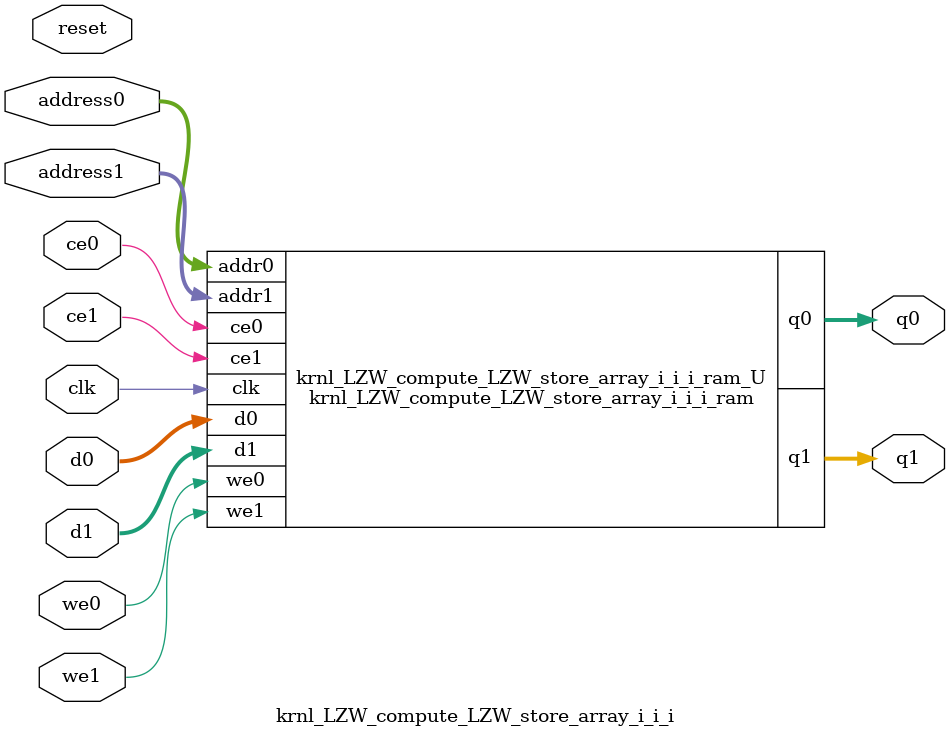
<source format=v>
`timescale 1 ns / 1 ps
module krnl_LZW_compute_LZW_store_array_i_i_i_ram (addr0, ce0, d0, we0, q0, addr1, ce1, d1, we1, q1,  clk);

parameter DWIDTH = 16;
parameter AWIDTH = 12;
parameter MEM_SIZE = 4096;

input[AWIDTH-1:0] addr0;
input ce0;
input[DWIDTH-1:0] d0;
input we0;
output reg[DWIDTH-1:0] q0;
input[AWIDTH-1:0] addr1;
input ce1;
input[DWIDTH-1:0] d1;
input we1;
output reg[DWIDTH-1:0] q1;
input clk;

reg [DWIDTH-1:0] ram[0:MEM_SIZE-1];




always @(posedge clk)  
begin 
    if (ce0) begin
        if (we0) 
            ram[addr0] <= d0; 
        q0 <= ram[addr0];
    end
end


always @(posedge clk)  
begin 
    if (ce1) begin
        if (we1) 
            ram[addr1] <= d1; 
        q1 <= ram[addr1];
    end
end


endmodule

`timescale 1 ns / 1 ps
module krnl_LZW_compute_LZW_store_array_i_i_i(
    reset,
    clk,
    address0,
    ce0,
    we0,
    d0,
    q0,
    address1,
    ce1,
    we1,
    d1,
    q1);

parameter DataWidth = 32'd16;
parameter AddressRange = 32'd4096;
parameter AddressWidth = 32'd12;
input reset;
input clk;
input[AddressWidth - 1:0] address0;
input ce0;
input we0;
input[DataWidth - 1:0] d0;
output[DataWidth - 1:0] q0;
input[AddressWidth - 1:0] address1;
input ce1;
input we1;
input[DataWidth - 1:0] d1;
output[DataWidth - 1:0] q1;



krnl_LZW_compute_LZW_store_array_i_i_i_ram krnl_LZW_compute_LZW_store_array_i_i_i_ram_U(
    .clk( clk ),
    .addr0( address0 ),
    .ce0( ce0 ),
    .we0( we0 ),
    .d0( d0 ),
    .q0( q0 ),
    .addr1( address1 ),
    .ce1( ce1 ),
    .we1( we1 ),
    .d1( d1 ),
    .q1( q1 ));

endmodule


</source>
